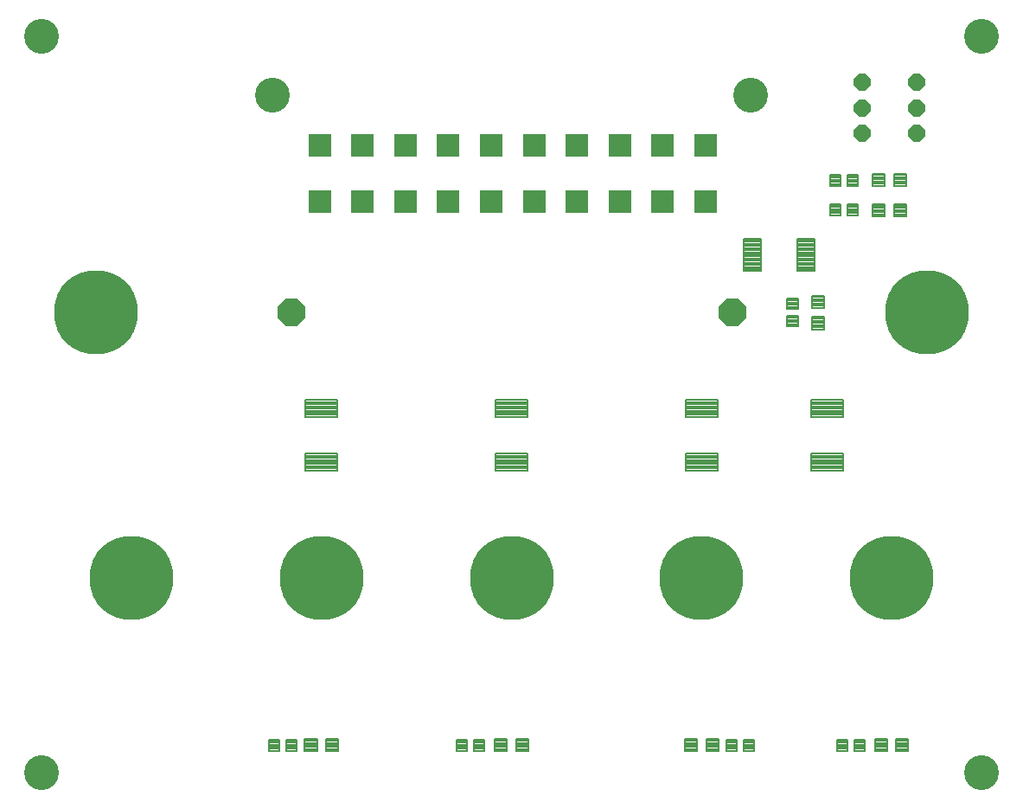
<source format=gts>
G75*
G70*
%OFA0B0*%
%FSLAX24Y24*%
%IPPOS*%
%LPD*%
%AMOC8*
5,1,8,0,0,1.08239X$1,22.5*
%
%ADD10OC8,0.1080*%
%ADD11C,0.0083*%
%ADD12C,0.0081*%
%ADD13C,0.0082*%
%ADD14C,0.3230*%
%ADD15C,0.1340*%
%ADD16R,0.0907X0.0907*%
%ADD17OC8,0.0635*%
D10*
X015579Y024099D03*
X032579Y024099D03*
D11*
X035659Y024277D02*
X036129Y024277D01*
X035659Y024277D02*
X035659Y024747D01*
X036129Y024747D01*
X036129Y024277D01*
X036129Y024359D02*
X035659Y024359D01*
X035659Y024441D02*
X036129Y024441D01*
X036129Y024523D02*
X035659Y024523D01*
X035659Y024605D02*
X036129Y024605D01*
X036129Y024687D02*
X035659Y024687D01*
X035659Y023451D02*
X036129Y023451D01*
X035659Y023451D02*
X035659Y023921D01*
X036129Y023921D01*
X036129Y023451D01*
X036129Y023533D02*
X035659Y023533D01*
X035659Y023615D02*
X036129Y023615D01*
X036129Y023697D02*
X035659Y023697D01*
X035659Y023779D02*
X036129Y023779D01*
X036129Y023861D02*
X035659Y023861D01*
X037998Y027801D02*
X037998Y028271D01*
X038468Y028271D01*
X038468Y027801D01*
X037998Y027801D01*
X037998Y027883D02*
X038468Y027883D01*
X038468Y027965D02*
X037998Y027965D01*
X037998Y028047D02*
X038468Y028047D01*
X038468Y028129D02*
X037998Y028129D01*
X037998Y028211D02*
X038468Y028211D01*
X038825Y028271D02*
X038825Y027801D01*
X038825Y028271D02*
X039295Y028271D01*
X039295Y027801D01*
X038825Y027801D01*
X038825Y027883D02*
X039295Y027883D01*
X039295Y027965D02*
X038825Y027965D01*
X038825Y028047D02*
X039295Y028047D01*
X039295Y028129D02*
X038825Y028129D01*
X038825Y028211D02*
X039295Y028211D01*
X038825Y028982D02*
X038825Y029452D01*
X039295Y029452D01*
X039295Y028982D01*
X038825Y028982D01*
X038825Y029064D02*
X039295Y029064D01*
X039295Y029146D02*
X038825Y029146D01*
X038825Y029228D02*
X039295Y029228D01*
X039295Y029310D02*
X038825Y029310D01*
X038825Y029392D02*
X039295Y029392D01*
X037998Y029452D02*
X037998Y028982D01*
X037998Y029452D02*
X038468Y029452D01*
X038468Y028982D01*
X037998Y028982D01*
X037998Y029064D02*
X038468Y029064D01*
X038468Y029146D02*
X037998Y029146D01*
X037998Y029228D02*
X038468Y029228D01*
X038468Y029310D02*
X037998Y029310D01*
X037998Y029392D02*
X038468Y029392D01*
X038077Y007661D02*
X038077Y007191D01*
X038077Y007661D02*
X038547Y007661D01*
X038547Y007191D01*
X038077Y007191D01*
X038077Y007273D02*
X038547Y007273D01*
X038547Y007355D02*
X038077Y007355D01*
X038077Y007437D02*
X038547Y007437D01*
X038547Y007519D02*
X038077Y007519D01*
X038077Y007601D02*
X038547Y007601D01*
X038903Y007661D02*
X038903Y007191D01*
X038903Y007661D02*
X039373Y007661D01*
X039373Y007191D01*
X038903Y007191D01*
X038903Y007273D02*
X039373Y007273D01*
X039373Y007355D02*
X038903Y007355D01*
X038903Y007437D02*
X039373Y007437D01*
X039373Y007519D02*
X038903Y007519D01*
X038903Y007601D02*
X039373Y007601D01*
X032051Y007661D02*
X032051Y007191D01*
X031581Y007191D01*
X031581Y007661D01*
X032051Y007661D01*
X032051Y007273D02*
X031581Y007273D01*
X031581Y007355D02*
X032051Y007355D01*
X032051Y007437D02*
X031581Y007437D01*
X031581Y007519D02*
X032051Y007519D01*
X032051Y007601D02*
X031581Y007601D01*
X031224Y007661D02*
X031224Y007191D01*
X030754Y007191D01*
X030754Y007661D01*
X031224Y007661D01*
X031224Y007273D02*
X030754Y007273D01*
X030754Y007355D02*
X031224Y007355D01*
X031224Y007437D02*
X030754Y007437D01*
X030754Y007519D02*
X031224Y007519D01*
X031224Y007601D02*
X030754Y007601D01*
X024258Y007661D02*
X024258Y007191D01*
X024258Y007661D02*
X024728Y007661D01*
X024728Y007191D01*
X024258Y007191D01*
X024258Y007273D02*
X024728Y007273D01*
X024728Y007355D02*
X024258Y007355D01*
X024258Y007437D02*
X024728Y007437D01*
X024728Y007519D02*
X024258Y007519D01*
X024258Y007601D02*
X024728Y007601D01*
X023431Y007661D02*
X023431Y007191D01*
X023431Y007661D02*
X023901Y007661D01*
X023901Y007191D01*
X023431Y007191D01*
X023431Y007273D02*
X023901Y007273D01*
X023901Y007355D02*
X023431Y007355D01*
X023431Y007437D02*
X023901Y007437D01*
X023901Y007519D02*
X023431Y007519D01*
X023431Y007601D02*
X023901Y007601D01*
X016935Y007661D02*
X016935Y007191D01*
X016935Y007661D02*
X017405Y007661D01*
X017405Y007191D01*
X016935Y007191D01*
X016935Y007273D02*
X017405Y007273D01*
X017405Y007355D02*
X016935Y007355D01*
X016935Y007437D02*
X017405Y007437D01*
X017405Y007519D02*
X016935Y007519D01*
X016935Y007601D02*
X017405Y007601D01*
X016108Y007661D02*
X016108Y007191D01*
X016108Y007661D02*
X016578Y007661D01*
X016578Y007191D01*
X016108Y007191D01*
X016108Y007273D02*
X016578Y007273D01*
X016578Y007355D02*
X016108Y007355D01*
X016108Y007437D02*
X016578Y007437D01*
X016578Y007519D02*
X016108Y007519D01*
X016108Y007601D02*
X016578Y007601D01*
D12*
X015788Y007642D02*
X015394Y007642D01*
X015788Y007642D02*
X015788Y007210D01*
X015394Y007210D01*
X015394Y007642D01*
X015394Y007290D02*
X015788Y007290D01*
X015788Y007370D02*
X015394Y007370D01*
X015394Y007450D02*
X015788Y007450D01*
X015788Y007530D02*
X015394Y007530D01*
X015394Y007610D02*
X015788Y007610D01*
X015119Y007642D02*
X014725Y007642D01*
X015119Y007642D02*
X015119Y007210D01*
X014725Y007210D01*
X014725Y007642D01*
X014725Y007290D02*
X015119Y007290D01*
X015119Y007370D02*
X014725Y007370D01*
X014725Y007450D02*
X015119Y007450D01*
X015119Y007530D02*
X014725Y007530D01*
X014725Y007610D02*
X015119Y007610D01*
X021973Y007642D02*
X022367Y007642D01*
X022367Y007210D01*
X021973Y007210D01*
X021973Y007642D01*
X021973Y007290D02*
X022367Y007290D01*
X022367Y007370D02*
X021973Y007370D01*
X021973Y007450D02*
X022367Y007450D01*
X022367Y007530D02*
X021973Y007530D01*
X021973Y007610D02*
X022367Y007610D01*
X022642Y007642D02*
X023036Y007642D01*
X023036Y007210D01*
X022642Y007210D01*
X022642Y007642D01*
X022642Y007290D02*
X023036Y007290D01*
X023036Y007370D02*
X022642Y007370D01*
X022642Y007450D02*
X023036Y007450D01*
X023036Y007530D02*
X022642Y007530D01*
X022642Y007610D02*
X023036Y007610D01*
X032355Y007210D02*
X032749Y007210D01*
X032355Y007210D02*
X032355Y007642D01*
X032749Y007642D01*
X032749Y007210D01*
X032749Y007290D02*
X032355Y007290D01*
X032355Y007370D02*
X032749Y007370D01*
X032749Y007450D02*
X032355Y007450D01*
X032355Y007530D02*
X032749Y007530D01*
X032749Y007610D02*
X032355Y007610D01*
X033024Y007210D02*
X033418Y007210D01*
X033024Y007210D02*
X033024Y007642D01*
X033418Y007642D01*
X033418Y007210D01*
X033418Y007290D02*
X033024Y007290D01*
X033024Y007370D02*
X033418Y007370D01*
X033418Y007450D02*
X033024Y007450D01*
X033024Y007530D02*
X033418Y007530D01*
X033418Y007610D02*
X033024Y007610D01*
X036629Y007642D02*
X037023Y007642D01*
X037023Y007210D01*
X036629Y007210D01*
X036629Y007642D01*
X036629Y007290D02*
X037023Y007290D01*
X037023Y007370D02*
X036629Y007370D01*
X036629Y007450D02*
X037023Y007450D01*
X037023Y007530D02*
X036629Y007530D01*
X036629Y007610D02*
X037023Y007610D01*
X037299Y007642D02*
X037693Y007642D01*
X037693Y007210D01*
X037299Y007210D01*
X037299Y007642D01*
X037299Y007290D02*
X037693Y007290D01*
X037693Y007370D02*
X037299Y007370D01*
X037299Y007450D02*
X037693Y007450D01*
X037693Y007530D02*
X037299Y007530D01*
X037299Y007610D02*
X037693Y007610D01*
X035110Y023567D02*
X035110Y023961D01*
X035110Y023567D02*
X034678Y023567D01*
X034678Y023961D01*
X035110Y023961D01*
X035110Y023647D02*
X034678Y023647D01*
X034678Y023727D02*
X035110Y023727D01*
X035110Y023807D02*
X034678Y023807D01*
X034678Y023887D02*
X035110Y023887D01*
X035110Y024237D02*
X035110Y024631D01*
X035110Y024237D02*
X034678Y024237D01*
X034678Y024631D01*
X035110Y024631D01*
X035110Y024317D02*
X034678Y024317D01*
X034678Y024397D02*
X035110Y024397D01*
X035110Y024477D02*
X034678Y024477D01*
X034678Y024557D02*
X035110Y024557D01*
X036363Y028274D02*
X036757Y028274D01*
X036757Y027842D01*
X036363Y027842D01*
X036363Y028274D01*
X036363Y027922D02*
X036757Y027922D01*
X036757Y028002D02*
X036363Y028002D01*
X036363Y028082D02*
X036757Y028082D01*
X036757Y028162D02*
X036363Y028162D01*
X036363Y028242D02*
X036757Y028242D01*
X037032Y028274D02*
X037426Y028274D01*
X037426Y027842D01*
X037032Y027842D01*
X037032Y028274D01*
X037032Y027922D02*
X037426Y027922D01*
X037426Y028002D02*
X037032Y028002D01*
X037032Y028082D02*
X037426Y028082D01*
X037426Y028162D02*
X037032Y028162D01*
X037032Y028242D02*
X037426Y028242D01*
X037426Y029399D02*
X037032Y029399D01*
X037426Y029399D02*
X037426Y028967D01*
X037032Y028967D01*
X037032Y029399D01*
X037032Y029047D02*
X037426Y029047D01*
X037426Y029127D02*
X037032Y029127D01*
X037032Y029207D02*
X037426Y029207D01*
X037426Y029287D02*
X037032Y029287D01*
X037032Y029367D02*
X037426Y029367D01*
X036757Y029399D02*
X036363Y029399D01*
X036757Y029399D02*
X036757Y028967D01*
X036363Y028967D01*
X036363Y029399D01*
X036363Y029047D02*
X036757Y029047D01*
X036757Y029127D02*
X036363Y029127D01*
X036363Y029207D02*
X036757Y029207D01*
X036757Y029287D02*
X036363Y029287D01*
X036363Y029367D02*
X036757Y029367D01*
D13*
X035759Y025689D02*
X035093Y025689D01*
X035093Y026927D01*
X035759Y026927D01*
X035759Y025689D01*
X035759Y025770D02*
X035093Y025770D01*
X035093Y025851D02*
X035759Y025851D01*
X035759Y025932D02*
X035093Y025932D01*
X035093Y026013D02*
X035759Y026013D01*
X035759Y026094D02*
X035093Y026094D01*
X035093Y026175D02*
X035759Y026175D01*
X035759Y026256D02*
X035093Y026256D01*
X035093Y026337D02*
X035759Y026337D01*
X035759Y026418D02*
X035093Y026418D01*
X035093Y026499D02*
X035759Y026499D01*
X035759Y026580D02*
X035093Y026580D01*
X035093Y026661D02*
X035759Y026661D01*
X035759Y026742D02*
X035093Y026742D01*
X035093Y026823D02*
X035759Y026823D01*
X035759Y026904D02*
X035093Y026904D01*
X033696Y025689D02*
X033030Y025689D01*
X033030Y026927D01*
X033696Y026927D01*
X033696Y025689D01*
X033696Y025770D02*
X033030Y025770D01*
X033030Y025851D02*
X033696Y025851D01*
X033696Y025932D02*
X033030Y025932D01*
X033030Y026013D02*
X033696Y026013D01*
X033696Y026094D02*
X033030Y026094D01*
X033030Y026175D02*
X033696Y026175D01*
X033696Y026256D02*
X033030Y026256D01*
X033030Y026337D02*
X033696Y026337D01*
X033696Y026418D02*
X033030Y026418D01*
X033030Y026499D02*
X033696Y026499D01*
X033696Y026580D02*
X033030Y026580D01*
X033030Y026661D02*
X033696Y026661D01*
X033696Y026742D02*
X033030Y026742D01*
X033030Y026823D02*
X033696Y026823D01*
X033696Y026904D02*
X033030Y026904D01*
X030783Y020739D02*
X030783Y020073D01*
X030783Y020739D02*
X032021Y020739D01*
X032021Y020073D01*
X030783Y020073D01*
X030783Y020154D02*
X032021Y020154D01*
X032021Y020235D02*
X030783Y020235D01*
X030783Y020316D02*
X032021Y020316D01*
X032021Y020397D02*
X030783Y020397D01*
X030783Y020478D02*
X032021Y020478D01*
X032021Y020559D02*
X030783Y020559D01*
X030783Y020640D02*
X032021Y020640D01*
X032021Y020721D02*
X030783Y020721D01*
X030783Y018676D02*
X030783Y018010D01*
X030783Y018676D02*
X032021Y018676D01*
X032021Y018010D01*
X030783Y018010D01*
X030783Y018091D02*
X032021Y018091D01*
X032021Y018172D02*
X030783Y018172D01*
X030783Y018253D02*
X032021Y018253D01*
X032021Y018334D02*
X030783Y018334D01*
X030783Y018415D02*
X032021Y018415D01*
X032021Y018496D02*
X030783Y018496D01*
X030783Y018577D02*
X032021Y018577D01*
X032021Y018658D02*
X030783Y018658D01*
X035638Y018676D02*
X035638Y018010D01*
X035638Y018676D02*
X036876Y018676D01*
X036876Y018010D01*
X035638Y018010D01*
X035638Y018091D02*
X036876Y018091D01*
X036876Y018172D02*
X035638Y018172D01*
X035638Y018253D02*
X036876Y018253D01*
X036876Y018334D02*
X035638Y018334D01*
X035638Y018415D02*
X036876Y018415D01*
X036876Y018496D02*
X035638Y018496D01*
X035638Y018577D02*
X036876Y018577D01*
X036876Y018658D02*
X035638Y018658D01*
X035638Y020073D02*
X035638Y020739D01*
X036876Y020739D01*
X036876Y020073D01*
X035638Y020073D01*
X035638Y020154D02*
X036876Y020154D01*
X036876Y020235D02*
X035638Y020235D01*
X035638Y020316D02*
X036876Y020316D01*
X036876Y020397D02*
X035638Y020397D01*
X035638Y020478D02*
X036876Y020478D01*
X036876Y020559D02*
X035638Y020559D01*
X035638Y020640D02*
X036876Y020640D01*
X036876Y020721D02*
X035638Y020721D01*
X023460Y020739D02*
X023460Y020073D01*
X023460Y020739D02*
X024698Y020739D01*
X024698Y020073D01*
X023460Y020073D01*
X023460Y020154D02*
X024698Y020154D01*
X024698Y020235D02*
X023460Y020235D01*
X023460Y020316D02*
X024698Y020316D01*
X024698Y020397D02*
X023460Y020397D01*
X023460Y020478D02*
X024698Y020478D01*
X024698Y020559D02*
X023460Y020559D01*
X023460Y020640D02*
X024698Y020640D01*
X024698Y020721D02*
X023460Y020721D01*
X023460Y018676D02*
X023460Y018010D01*
X023460Y018676D02*
X024698Y018676D01*
X024698Y018010D01*
X023460Y018010D01*
X023460Y018091D02*
X024698Y018091D01*
X024698Y018172D02*
X023460Y018172D01*
X023460Y018253D02*
X024698Y018253D01*
X024698Y018334D02*
X023460Y018334D01*
X023460Y018415D02*
X024698Y018415D01*
X024698Y018496D02*
X023460Y018496D01*
X023460Y018577D02*
X024698Y018577D01*
X024698Y018658D02*
X023460Y018658D01*
X016138Y018676D02*
X016138Y018010D01*
X016138Y018676D02*
X017376Y018676D01*
X017376Y018010D01*
X016138Y018010D01*
X016138Y018091D02*
X017376Y018091D01*
X017376Y018172D02*
X016138Y018172D01*
X016138Y018253D02*
X017376Y018253D01*
X017376Y018334D02*
X016138Y018334D01*
X016138Y018415D02*
X017376Y018415D01*
X017376Y018496D02*
X016138Y018496D01*
X016138Y018577D02*
X017376Y018577D01*
X017376Y018658D02*
X016138Y018658D01*
X016138Y020073D02*
X016138Y020739D01*
X017376Y020739D01*
X017376Y020073D01*
X016138Y020073D01*
X016138Y020154D02*
X017376Y020154D01*
X017376Y020235D02*
X016138Y020235D01*
X016138Y020316D02*
X017376Y020316D01*
X017376Y020397D02*
X016138Y020397D01*
X016138Y020478D02*
X017376Y020478D01*
X017376Y020559D02*
X016138Y020559D01*
X016138Y020640D02*
X017376Y020640D01*
X017376Y020721D02*
X016138Y020721D01*
D14*
X008070Y024099D03*
X009434Y013863D03*
X016757Y013863D03*
X024079Y013863D03*
X031402Y013863D03*
X038725Y013863D03*
X040089Y024099D03*
D15*
X005969Y006382D03*
X014867Y032485D03*
X005969Y034729D03*
X033292Y032485D03*
X042190Y034729D03*
X042190Y006382D03*
D16*
X031560Y028378D03*
X029906Y028378D03*
X028253Y028378D03*
X026599Y028378D03*
X024946Y028378D03*
X023292Y028378D03*
X021638Y028378D03*
X019985Y028378D03*
X018331Y028378D03*
X016678Y028378D03*
X016678Y030544D03*
X018331Y030544D03*
X019985Y030544D03*
X021638Y030544D03*
X023292Y030544D03*
X024946Y030544D03*
X026599Y030544D03*
X028253Y030544D03*
X029906Y030544D03*
X031560Y030544D03*
D17*
X037583Y030989D03*
X037583Y031973D03*
X037583Y032957D03*
X039709Y032957D03*
X039709Y031973D03*
X039709Y030989D03*
M02*

</source>
